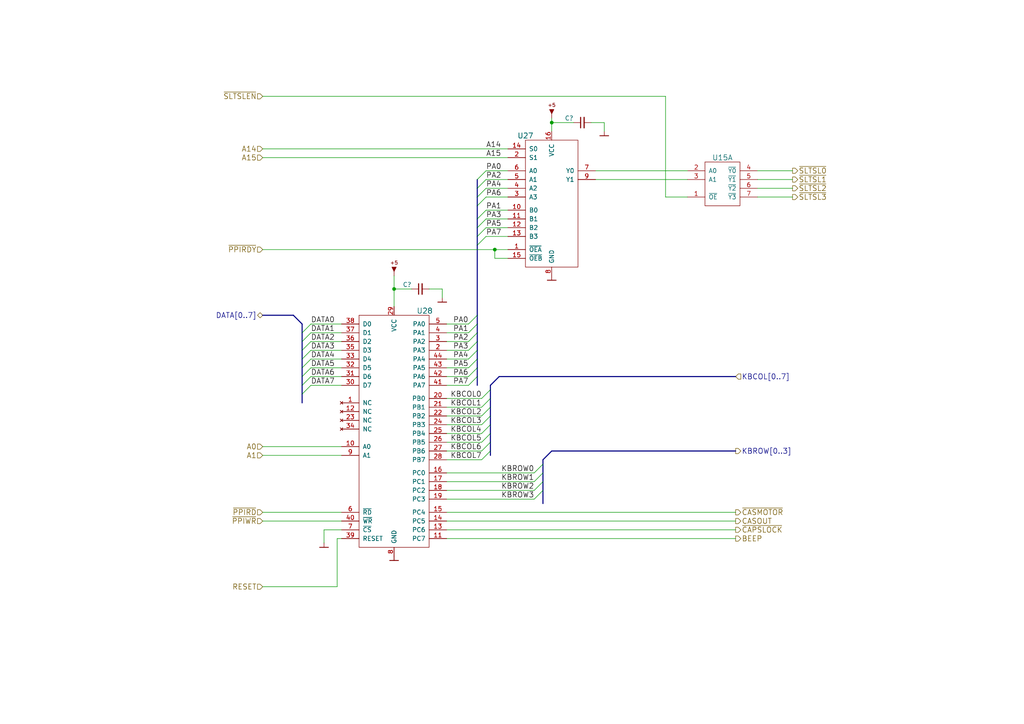
<source format=kicad_sch>
(kicad_sch (version 20211123) (generator eeschema)

  (uuid fcb7a65f-f4cd-47e7-94e9-48c450d0d7f3)

  (paper "A4")

  (lib_symbols
    (symbol "artemisa:74HC139" (pin_names (offset 1.016)) (in_bom yes) (on_board yes)
      (property "Reference" "U" (id 0) (at 0 7.62 0)
        (effects (font (size 1.27 1.27)))
      )
      (property "Value" "74HC139" (id 1) (at 0 -7.62 0)
        (effects (font (size 1.27 1.27)))
      )
      (property "Footprint" "" (id 2) (at 0 -3.81 0)
        (effects (font (size 1.524 1.524)) hide)
      )
      (property "Datasheet" "" (id 3) (at 0 -3.81 0)
        (effects (font (size 1.524 1.524)) hide)
      )
      (symbol "74HC139_1_1"
        (rectangle (start -5.08 6.35) (end 5.08 -6.35)
          (stroke (width 0) (type default) (color 0 0 0 0))
          (fill (type none))
        )
        (pin input line (at -10.16 -3.81 0) (length 5.08)
          (name "~{OE}" (effects (font (size 1.27 1.27))))
          (number "1" (effects (font (size 1.27 1.27))))
        )
        (pin input line (at -10.16 3.81 0) (length 5.08)
          (name "A0" (effects (font (size 1.27 1.27))))
          (number "2" (effects (font (size 1.27 1.27))))
        )
        (pin input line (at -10.16 1.27 0) (length 5.08)
          (name "A1" (effects (font (size 1.27 1.27))))
          (number "3" (effects (font (size 1.27 1.27))))
        )
        (pin output line (at 10.16 3.81 180) (length 5.08)
          (name "~{Y0}" (effects (font (size 1.27 1.27))))
          (number "4" (effects (font (size 1.27 1.27))))
        )
        (pin output line (at 10.16 1.27 180) (length 5.08)
          (name "~{Y1}" (effects (font (size 1.27 1.27))))
          (number "5" (effects (font (size 1.27 1.27))))
        )
        (pin output line (at 10.16 -1.27 180) (length 5.08)
          (name "~{Y2}" (effects (font (size 1.27 1.27))))
          (number "6" (effects (font (size 1.27 1.27))))
        )
        (pin output line (at 10.16 -3.81 180) (length 5.08)
          (name "~{Y3}" (effects (font (size 1.27 1.27))))
          (number "7" (effects (font (size 1.27 1.27))))
        )
      )
      (symbol "74HC139_2_1"
        (rectangle (start -5.08 6.35) (end 5.08 -6.35)
          (stroke (width 0) (type default) (color 0 0 0 0))
          (fill (type none))
        )
        (pin output line (at 10.16 -1.27 180) (length 5.08)
          (name "~{Y2}" (effects (font (size 1.27 1.27))))
          (number "10" (effects (font (size 1.27 1.27))))
        )
        (pin output line (at 10.16 1.27 180) (length 5.08)
          (name "~{Y1}" (effects (font (size 1.27 1.27))))
          (number "11" (effects (font (size 1.27 1.27))))
        )
        (pin output line (at 10.16 3.81 180) (length 5.08)
          (name "~{Y0}" (effects (font (size 1.27 1.27))))
          (number "12" (effects (font (size 1.27 1.27))))
        )
        (pin input line (at -10.16 1.27 0) (length 5.08)
          (name "A1" (effects (font (size 1.27 1.27))))
          (number "13" (effects (font (size 1.27 1.27))))
        )
        (pin input line (at -10.16 3.81 0) (length 5.08)
          (name "A0" (effects (font (size 1.27 1.27))))
          (number "14" (effects (font (size 1.27 1.27))))
        )
        (pin input line (at -10.16 -3.81 0) (length 5.08)
          (name "~{OE}" (effects (font (size 1.27 1.27))))
          (number "15" (effects (font (size 1.27 1.27))))
        )
        (pin output line (at 10.16 -3.81 180) (length 5.08)
          (name "~{Y3}" (effects (font (size 1.27 1.27))))
          (number "9" (effects (font (size 1.27 1.27))))
        )
      )
      (symbol "74HC139_3_1"
        (rectangle (start -3.81 -5.08) (end 3.81 5.08)
          (stroke (width 0) (type default) (color 0 0 0 0))
          (fill (type none))
        )
        (pin power_in line (at 0 7.62 270) (length 2.54)
          (name "VCC" (effects (font (size 1.27 1.27))))
          (number "16" (effects (font (size 1.27 1.27))))
        )
        (pin power_in line (at 0 -7.62 90) (length 2.54)
          (name "GND" (effects (font (size 1.27 1.27))))
          (number "8" (effects (font (size 1.27 1.27))))
        )
      )
    )
    (symbol "artemisa:74HC153" (pin_names (offset 1.016)) (in_bom yes) (on_board yes)
      (property "Reference" "U" (id 0) (at 6.35 20.32 0)
        (effects (font (size 1.524 1.524)))
      )
      (property "Value" "74HC153" (id 1) (at 6.35 -19.05 0)
        (effects (font (size 1.524 1.524)))
      )
      (property "Footprint" "" (id 2) (at 0 -3.81 0)
        (effects (font (size 1.524 1.524)) hide)
      )
      (property "Datasheet" "" (id 3) (at 0 -3.81 0)
        (effects (font (size 1.524 1.524)) hide)
      )
      (symbol "74HC153_0_1"
        (rectangle (start -7.62 19.05) (end 7.62 -17.78)
          (stroke (width 0) (type default) (color 0 0 0 0))
          (fill (type none))
        )
        (pin input line (at -12.7 -1.27 0) (length 5.08)
          (name "B0" (effects (font (size 1.27 1.27))))
          (number "10" (effects (font (size 1.27 1.27))))
        )
        (pin input line (at -12.7 -3.81 0) (length 5.08)
          (name "B1" (effects (font (size 1.27 1.27))))
          (number "11" (effects (font (size 1.27 1.27))))
        )
        (pin input line (at -12.7 -6.35 0) (length 5.08)
          (name "B2" (effects (font (size 1.27 1.27))))
          (number "12" (effects (font (size 1.27 1.27))))
        )
        (pin input line (at -12.7 -8.89 0) (length 5.08)
          (name "B3" (effects (font (size 1.27 1.27))))
          (number "13" (effects (font (size 1.27 1.27))))
        )
        (pin input line (at -12.7 16.51 0) (length 5.08)
          (name "S0" (effects (font (size 1.27 1.27))))
          (number "14" (effects (font (size 1.27 1.27))))
        )
        (pin power_in line (at 0 21.59 270) (length 2.54)
          (name "VCC" (effects (font (size 1.27 1.27))))
          (number "16" (effects (font (size 1.27 1.27))))
        )
        (pin input line (at -12.7 13.97 0) (length 5.08)
          (name "S1" (effects (font (size 1.27 1.27))))
          (number "2" (effects (font (size 1.27 1.27))))
        )
        (pin input line (at -12.7 2.54 0) (length 5.08)
          (name "A3" (effects (font (size 1.27 1.27))))
          (number "3" (effects (font (size 1.27 1.27))))
        )
        (pin input line (at -12.7 5.08 0) (length 5.08)
          (name "A2" (effects (font (size 1.27 1.27))))
          (number "4" (effects (font (size 1.27 1.27))))
        )
        (pin input line (at -12.7 7.62 0) (length 5.08)
          (name "A1" (effects (font (size 1.27 1.27))))
          (number "5" (effects (font (size 1.27 1.27))))
        )
        (pin input line (at -12.7 10.16 0) (length 5.08)
          (name "A0" (effects (font (size 1.27 1.27))))
          (number "6" (effects (font (size 1.27 1.27))))
        )
        (pin power_in line (at 0 -20.32 90) (length 2.54)
          (name "GND" (effects (font (size 1.27 1.27))))
          (number "8" (effects (font (size 1.27 1.27))))
        )
      )
      (symbol "74HC153_1_1"
        (pin input line (at -12.7 -12.7 0) (length 5.08)
          (name "~{OEA}" (effects (font (size 1.27 1.27))))
          (number "1" (effects (font (size 1.27 1.27))))
        )
        (pin input line (at -12.7 -15.24 0) (length 5.08)
          (name "~{OEB}" (effects (font (size 1.27 1.27))))
          (number "15" (effects (font (size 1.27 1.27))))
        )
        (pin output line (at 12.7 10.16 180) (length 5.08)
          (name "Y0" (effects (font (size 1.27 1.27))))
          (number "7" (effects (font (size 1.27 1.27))))
        )
        (pin output line (at 12.7 7.62 180) (length 5.08)
          (name "Y1" (effects (font (size 1.27 1.27))))
          (number "9" (effects (font (size 1.27 1.27))))
        )
      )
    )
    (symbol "artemisa:CS82C55A" (pin_names (offset 1.016)) (in_bom yes) (on_board yes)
      (property "Reference" "U" (id 0) (at 8.89 36.83 0)
        (effects (font (size 1.524 1.524)))
      )
      (property "Value" "CS82C55A" (id 1) (at 7.62 -33.02 0)
        (effects (font (size 1.524 1.524)))
      )
      (property "Footprint" "" (id 2) (at 5.08 13.97 0)
        (effects (font (size 1.524 1.524)) hide)
      )
      (property "Datasheet" "" (id 3) (at 5.08 13.97 0)
        (effects (font (size 1.524 1.524)) hide)
      )
      (property "ki_fp_filters" "PLC44" (id 4) (at 0 0 0)
        (effects (font (size 1.27 1.27)) hide)
      )
      (symbol "CS82C55A_0_1"
        (rectangle (start -10.16 35.56) (end 10.16 -31.75)
          (stroke (width 0) (type default) (color 0 0 0 0))
          (fill (type none))
        )
      )
      (symbol "CS82C55A_1_1"
        (pin no_connect line (at -15.24 10.16 0) (length 5.08)
          (name "NC" (effects (font (size 1.27 1.27))))
          (number "1" (effects (font (size 1.27 1.27))))
        )
        (pin input line (at -15.24 -2.54 0) (length 5.08)
          (name "A0" (effects (font (size 1.27 1.27))))
          (number "10" (effects (font (size 1.27 1.27))))
        )
        (pin bidirectional line (at 15.24 -29.21 180) (length 5.08)
          (name "PC7" (effects (font (size 1.27 1.27))))
          (number "11" (effects (font (size 1.27 1.27))))
        )
        (pin no_connect line (at -15.24 7.62 0) (length 5.08)
          (name "NC" (effects (font (size 1.27 1.27))))
          (number "12" (effects (font (size 1.27 1.27))))
        )
        (pin bidirectional line (at 15.24 -26.67 180) (length 5.08)
          (name "PC6" (effects (font (size 1.27 1.27))))
          (number "13" (effects (font (size 1.27 1.27))))
        )
        (pin bidirectional line (at 15.24 -24.13 180) (length 5.08)
          (name "PC5" (effects (font (size 1.27 1.27))))
          (number "14" (effects (font (size 1.27 1.27))))
        )
        (pin bidirectional line (at 15.24 -21.59 180) (length 5.08)
          (name "PC4" (effects (font (size 1.27 1.27))))
          (number "15" (effects (font (size 1.27 1.27))))
        )
        (pin bidirectional line (at 15.24 -10.16 180) (length 5.08)
          (name "PC0" (effects (font (size 1.27 1.27))))
          (number "16" (effects (font (size 1.27 1.27))))
        )
        (pin bidirectional line (at 15.24 -12.7 180) (length 5.08)
          (name "PC1" (effects (font (size 1.27 1.27))))
          (number "17" (effects (font (size 1.27 1.27))))
        )
        (pin bidirectional line (at 15.24 -15.24 180) (length 5.08)
          (name "PC2" (effects (font (size 1.27 1.27))))
          (number "18" (effects (font (size 1.27 1.27))))
        )
        (pin bidirectional line (at 15.24 -17.78 180) (length 5.08)
          (name "PC3" (effects (font (size 1.27 1.27))))
          (number "19" (effects (font (size 1.27 1.27))))
        )
        (pin bidirectional line (at 15.24 25.4 180) (length 5.08)
          (name "PA3" (effects (font (size 1.27 1.27))))
          (number "2" (effects (font (size 1.27 1.27))))
        )
        (pin bidirectional line (at 15.24 11.43 180) (length 5.08)
          (name "PB0" (effects (font (size 1.27 1.27))))
          (number "20" (effects (font (size 1.27 1.27))))
        )
        (pin bidirectional line (at 15.24 8.89 180) (length 5.08)
          (name "PB1" (effects (font (size 1.27 1.27))))
          (number "21" (effects (font (size 1.27 1.27))))
        )
        (pin bidirectional line (at 15.24 6.35 180) (length 5.08)
          (name "PB2" (effects (font (size 1.27 1.27))))
          (number "22" (effects (font (size 1.27 1.27))))
        )
        (pin no_connect line (at -15.24 5.08 0) (length 5.08)
          (name "NC" (effects (font (size 1.27 1.27))))
          (number "23" (effects (font (size 1.27 1.27))))
        )
        (pin bidirectional line (at 15.24 3.81 180) (length 5.08)
          (name "PB3" (effects (font (size 1.27 1.27))))
          (number "24" (effects (font (size 1.27 1.27))))
        )
        (pin bidirectional line (at 15.24 1.27 180) (length 5.08)
          (name "PB4" (effects (font (size 1.27 1.27))))
          (number "25" (effects (font (size 1.27 1.27))))
        )
        (pin bidirectional line (at 15.24 -1.27 180) (length 5.08)
          (name "PB5" (effects (font (size 1.27 1.27))))
          (number "26" (effects (font (size 1.27 1.27))))
        )
        (pin bidirectional line (at 15.24 -3.81 180) (length 5.08)
          (name "PB6" (effects (font (size 1.27 1.27))))
          (number "27" (effects (font (size 1.27 1.27))))
        )
        (pin bidirectional line (at 15.24 -6.35 180) (length 5.08)
          (name "PB7" (effects (font (size 1.27 1.27))))
          (number "28" (effects (font (size 1.27 1.27))))
        )
        (pin power_in line (at 0 38.1 270) (length 2.54)
          (name "VCC" (effects (font (size 1.27 1.27))))
          (number "29" (effects (font (size 1.27 1.27))))
        )
        (pin bidirectional line (at 15.24 27.94 180) (length 5.08)
          (name "PA2" (effects (font (size 1.27 1.27))))
          (number "3" (effects (font (size 1.27 1.27))))
        )
        (pin input line (at -15.24 15.24 0) (length 5.08)
          (name "D7" (effects (font (size 1.27 1.27))))
          (number "30" (effects (font (size 1.27 1.27))))
        )
        (pin input line (at -15.24 17.78 0) (length 5.08)
          (name "D6" (effects (font (size 1.27 1.27))))
          (number "31" (effects (font (size 1.27 1.27))))
        )
        (pin input line (at -15.24 20.32 0) (length 5.08)
          (name "D5" (effects (font (size 1.27 1.27))))
          (number "32" (effects (font (size 1.27 1.27))))
        )
        (pin input line (at -15.24 22.86 0) (length 5.08)
          (name "D4" (effects (font (size 1.27 1.27))))
          (number "33" (effects (font (size 1.27 1.27))))
        )
        (pin no_connect line (at -15.24 2.54 0) (length 5.08)
          (name "NC" (effects (font (size 1.27 1.27))))
          (number "34" (effects (font (size 1.27 1.27))))
        )
        (pin input line (at -15.24 25.4 0) (length 5.08)
          (name "D3" (effects (font (size 1.27 1.27))))
          (number "35" (effects (font (size 1.27 1.27))))
        )
        (pin input line (at -15.24 27.94 0) (length 5.08)
          (name "D2" (effects (font (size 1.27 1.27))))
          (number "36" (effects (font (size 1.27 1.27))))
        )
        (pin input line (at -15.24 30.48 0) (length 5.08)
          (name "D1" (effects (font (size 1.27 1.27))))
          (number "37" (effects (font (size 1.27 1.27))))
        )
        (pin input line (at -15.24 33.02 0) (length 5.08)
          (name "D0" (effects (font (size 1.27 1.27))))
          (number "38" (effects (font (size 1.27 1.27))))
        )
        (pin input line (at -15.24 -29.21 0) (length 5.08)
          (name "RESET" (effects (font (size 1.27 1.27))))
          (number "39" (effects (font (size 1.27 1.27))))
        )
        (pin bidirectional line (at 15.24 30.48 180) (length 5.08)
          (name "PA1" (effects (font (size 1.27 1.27))))
          (number "4" (effects (font (size 1.27 1.27))))
        )
        (pin input line (at -15.24 -24.13 0) (length 5.08)
          (name "~{WR}" (effects (font (size 1.27 1.27))))
          (number "40" (effects (font (size 1.27 1.27))))
        )
        (pin bidirectional line (at 15.24 15.24 180) (length 5.08)
          (name "PA7" (effects (font (size 1.27 1.27))))
          (number "41" (effects (font (size 1.27 1.27))))
        )
        (pin bidirectional line (at 15.24 17.78 180) (length 5.08)
          (name "PA6" (effects (font (size 1.27 1.27))))
          (number "42" (effects (font (size 1.27 1.27))))
        )
        (pin bidirectional line (at 15.24 20.32 180) (length 5.08)
          (name "PA5" (effects (font (size 1.27 1.27))))
          (number "43" (effects (font (size 1.27 1.27))))
        )
        (pin bidirectional line (at 15.24 22.86 180) (length 5.08)
          (name "PA4" (effects (font (size 1.27 1.27))))
          (number "44" (effects (font (size 1.27 1.27))))
        )
        (pin bidirectional line (at 15.24 33.02 180) (length 5.08)
          (name "PA0" (effects (font (size 1.27 1.27))))
          (number "5" (effects (font (size 1.27 1.27))))
        )
        (pin input line (at -15.24 -21.59 0) (length 5.08)
          (name "~{RD}" (effects (font (size 1.27 1.27))))
          (number "6" (effects (font (size 1.27 1.27))))
        )
        (pin input line (at -15.24 -26.67 0) (length 5.08)
          (name "~{CS}" (effects (font (size 1.27 1.27))))
          (number "7" (effects (font (size 1.27 1.27))))
        )
        (pin power_in line (at 0 -34.29 90) (length 2.54)
          (name "GND" (effects (font (size 1.27 1.27))))
          (number "8" (effects (font (size 1.27 1.27))))
        )
        (pin input line (at -15.24 -5.08 0) (length 5.08)
          (name "A1" (effects (font (size 1.27 1.27))))
          (number "9" (effects (font (size 1.27 1.27))))
        )
      )
    )
    (symbol "artemisa:Cap" (pin_numbers hide) (pin_names (offset 0.254) hide) (in_bom yes) (on_board yes)
      (property "Reference" "C" (id 0) (at 0.254 1.778 0)
        (effects (font (size 1.27 1.27)) (justify left))
      )
      (property "Value" "Cap" (id 1) (at 0.254 -2.032 0)
        (effects (font (size 1.27 1.27)) (justify left))
      )
      (property "Footprint" "" (id 2) (at 0 0 0)
        (effects (font (size 1.27 1.27)) hide)
      )
      (property "Datasheet" "" (id 3) (at 0 0 0)
        (effects (font (size 1.27 1.27)) hide)
      )
      (property "ki_fp_filters" "C_*" (id 4) (at 0 0 0)
        (effects (font (size 1.27 1.27)) hide)
      )
      (symbol "Cap_0_1"
        (polyline
          (pts
            (xy -1.524 -0.508)
            (xy 1.524 -0.508)
          )
          (stroke (width 0.3302) (type default) (color 0 0 0 0))
          (fill (type none))
        )
        (polyline
          (pts
            (xy -1.524 0.508)
            (xy 1.524 0.508)
          )
          (stroke (width 0.3048) (type default) (color 0 0 0 0))
          (fill (type none))
        )
      )
      (symbol "Cap_1_1"
        (pin passive line (at 0 2.54 270) (length 2.032)
          (name "~" (effects (font (size 1.27 1.27))))
          (number "1" (effects (font (size 1.27 1.27))))
        )
        (pin passive line (at 0 -2.54 90) (length 2.032)
          (name "~" (effects (font (size 1.27 1.27))))
          (number "2" (effects (font (size 1.27 1.27))))
        )
      )
    )
    (symbol "artemisa:GND" (power) (pin_numbers hide) (pin_names (offset 0) hide) (in_bom yes) (on_board yes)
      (property "Reference" "#PWR" (id 0) (at 0 -2.54 0)
        (effects (font (size 1.524 1.524)) hide)
      )
      (property "Value" "GND" (id 1) (at 0 2.54 0)
        (effects (font (size 1.524 1.524)) hide)
      )
      (property "Footprint" "" (id 2) (at 0 0 0)
        (effects (font (size 1.524 1.524)) hide)
      )
      (property "Datasheet" "" (id 3) (at 0 0 0)
        (effects (font (size 1.524 1.524)) hide)
      )
      (symbol "GND_0_1"
        (polyline
          (pts
            (xy -1.27 -1.27)
            (xy 1.27 -1.27)
          )
          (stroke (width 0.254) (type default) (color 0 0 0 0))
          (fill (type none))
        )
      )
      (symbol "GND_1_1"
        (pin power_in line (at 0 0 270) (length 1.27)
          (name "GND" (effects (font (size 1.27 1.27))))
          (number "~" (effects (font (size 1.27 1.27))))
        )
      )
    )
    (symbol "artemisa:VCC" (power) (pin_numbers hide) (pin_names (offset 0) hide) (in_bom yes) (on_board yes)
      (property "Reference" "#PWR" (id 0) (at 0 -1.27 0)
        (effects (font (size 1.524 1.524)) hide)
      )
      (property "Value" "VCC" (id 1) (at 0 6.35 0)
        (effects (font (size 1.524 1.524)) hide)
      )
      (property "Footprint" "" (id 2) (at 0 0 0)
        (effects (font (size 1.524 1.524)) hide)
      )
      (property "Datasheet" "" (id 3) (at 0 0 0)
        (effects (font (size 1.524 1.524)) hide)
      )
      (symbol "VCC_0_0"
        (text "+5" (at 0 3.81 0)
          (effects (font (size 1.016 1.016)))
        )
      )
      (symbol "VCC_0_1"
        (polyline
          (pts
            (xy 0 1.27)
            (xy 0.635 2.54)
            (xy -0.635 2.54)
            (xy 0 1.27)
          )
          (stroke (width 0) (type default) (color 0 0 0 0))
          (fill (type outline))
        )
      )
      (symbol "VCC_1_1"
        (pin power_in line (at 0 0 90) (length 1.27)
          (name "~" (effects (font (size 1.27 1.27))))
          (number "~" (effects (font (size 1.27 1.27))))
        )
      )
    )
  )


  (junction (at 143.51 72.39) (diameter 0) (color 0 0 0 0)
    (uuid 0e1c6bbc-4cc4-4ce9-b48a-8292bb286da8)
  )
  (junction (at 160.02 35.56) (diameter 0) (color 0 0 0 0)
    (uuid 88e4f832-79d6-4c54-9ce3-4328dcb9d5b5)
  )
  (junction (at 114.3 83.82) (diameter 0) (color 0 0 0 0)
    (uuid a2d090b5-bdc2-4863-87f2-2ea46a246d3d)
  )

  (bus_entry (at 138.43 52.07) (size 2.54 -2.54)
    (stroke (width 0) (type default) (color 0 0 0 0))
    (uuid 059f4155-bed3-4fb2-9baa-d569f31b7e5d)
  )
  (bus_entry (at 138.43 91.44) (size -2.54 2.54)
    (stroke (width 0) (type default) (color 0 0 0 0))
    (uuid 08bb8c58-1868-4a96-8aaa-36d9e141ec38)
  )
  (bus_entry (at 138.43 59.69) (size 2.54 -2.54)
    (stroke (width 0) (type default) (color 0 0 0 0))
    (uuid 12c9f3e1-9431-42f8-b6f8-fb6fd35fc1cb)
  )
  (bus_entry (at 142.24 113.03) (size -2.54 2.54)
    (stroke (width 0) (type default) (color 0 0 0 0))
    (uuid 2a756062-4e0c-4114-bc6d-4d6635f2d703)
  )
  (bus_entry (at 87.63 114.3) (size 2.54 -2.54)
    (stroke (width 0) (type default) (color 0 0 0 0))
    (uuid 2af1d271-3c6a-476d-8eba-6b2aab466da3)
  )
  (bus_entry (at 138.43 66.04) (size 2.54 -2.54)
    (stroke (width 0) (type default) (color 0 0 0 0))
    (uuid 325f33ca-3e2f-400b-a27c-dce9977a2780)
  )
  (bus_entry (at 142.24 128.27) (size -2.54 2.54)
    (stroke (width 0) (type default) (color 0 0 0 0))
    (uuid 35506831-8c22-45ab-9b57-69eb0f9ef003)
  )
  (bus_entry (at 142.24 120.65) (size -2.54 2.54)
    (stroke (width 0) (type default) (color 0 0 0 0))
    (uuid 373b5b59-9fbb-41a2-845d-56a1ed5a82dd)
  )
  (bus_entry (at 154.94 144.78) (size 2.54 -2.54)
    (stroke (width 0) (type default) (color 0 0 0 0))
    (uuid 39125f99-6caa-4e69-9ae5-ca3bd6e3a49c)
  )
  (bus_entry (at 87.63 101.6) (size 2.54 -2.54)
    (stroke (width 0) (type default) (color 0 0 0 0))
    (uuid 42012069-f136-4cdf-8386-a5e648d61587)
  )
  (bus_entry (at 138.43 54.61) (size 2.54 -2.54)
    (stroke (width 0) (type default) (color 0 0 0 0))
    (uuid 45fc93ca-f8ba-48a8-9189-1c9886475cd3)
  )
  (bus_entry (at 142.24 123.19) (size -2.54 2.54)
    (stroke (width 0) (type default) (color 0 0 0 0))
    (uuid 4de018aa-33f9-4679-9406-fafd70ff0142)
  )
  (bus_entry (at 138.43 101.6) (size -2.54 2.54)
    (stroke (width 0) (type default) (color 0 0 0 0))
    (uuid 5125c4d9-cf5c-4fe5-9dc8-c939e40fcd6f)
  )
  (bus_entry (at 154.94 139.7) (size 2.54 -2.54)
    (stroke (width 0) (type default) (color 0 0 0 0))
    (uuid 544c9ad7-a0b6-4f88-9dcd-908e3e2acf79)
  )
  (bus_entry (at 154.94 137.16) (size 2.54 -2.54)
    (stroke (width 0) (type default) (color 0 0 0 0))
    (uuid 5c9202d7-6a93-43b3-87c0-77347fd72885)
  )
  (bus_entry (at 87.63 96.52) (size 2.54 -2.54)
    (stroke (width 0) (type default) (color 0 0 0 0))
    (uuid 62ab9051-fded-466c-9df1-9b40d76dc590)
  )
  (bus_entry (at 87.63 104.14) (size 2.54 -2.54)
    (stroke (width 0) (type default) (color 0 0 0 0))
    (uuid 6b847b8a-c935-4366-8f7b-7cdbe96384da)
  )
  (bus_entry (at 142.24 115.57) (size -2.54 2.54)
    (stroke (width 0) (type default) (color 0 0 0 0))
    (uuid 758f4e53-9507-488a-960b-2e8e487b7ac8)
  )
  (bus_entry (at 138.43 106.68) (size -2.54 2.54)
    (stroke (width 0) (type default) (color 0 0 0 0))
    (uuid 7f9c0307-e84d-4f8a-93be-34fc4b3feb89)
  )
  (bus_entry (at 138.43 57.15) (size 2.54 -2.54)
    (stroke (width 0) (type default) (color 0 0 0 0))
    (uuid 88ea0fe3-17bb-45bf-bf71-4da88c965186)
  )
  (bus_entry (at 154.94 142.24) (size 2.54 -2.54)
    (stroke (width 0) (type default) (color 0 0 0 0))
    (uuid 8aab4608-39e8-491a-83a8-7194f36094f1)
  )
  (bus_entry (at 138.43 96.52) (size -2.54 2.54)
    (stroke (width 0) (type default) (color 0 0 0 0))
    (uuid 91637a62-ec43-463a-9edc-420af478d9cb)
  )
  (bus_entry (at 138.43 71.12) (size 2.54 -2.54)
    (stroke (width 0) (type default) (color 0 0 0 0))
    (uuid 92ee3d85-c13e-4120-ad64-bd390adf040c)
  )
  (bus_entry (at 87.63 106.68) (size 2.54 -2.54)
    (stroke (width 0) (type default) (color 0 0 0 0))
    (uuid 9924c304-97d1-4655-9ab8-854a335a84c2)
  )
  (bus_entry (at 138.43 99.06) (size -2.54 2.54)
    (stroke (width 0) (type default) (color 0 0 0 0))
    (uuid 9efb25aa-d11e-4d2f-96a9-326a2f75dcc1)
  )
  (bus_entry (at 87.63 111.76) (size 2.54 -2.54)
    (stroke (width 0) (type default) (color 0 0 0 0))
    (uuid b3dbf4ad-71cb-48f5-9655-41b47deeea78)
  )
  (bus_entry (at 138.43 104.14) (size -2.54 2.54)
    (stroke (width 0) (type default) (color 0 0 0 0))
    (uuid b4eddc61-2cab-493a-b874-62b106cef9f4)
  )
  (bus_entry (at 138.43 68.58) (size 2.54 -2.54)
    (stroke (width 0) (type default) (color 0 0 0 0))
    (uuid b8eb5c02-d344-4431-a592-0e7ad9f9a78f)
  )
  (bus_entry (at 138.43 109.22) (size -2.54 2.54)
    (stroke (width 0) (type default) (color 0 0 0 0))
    (uuid c96fb61f-984b-4e24-874e-ad2f1e86f9d7)
  )
  (bus_entry (at 87.63 99.06) (size 2.54 -2.54)
    (stroke (width 0) (type default) (color 0 0 0 0))
    (uuid ca9607c0-16b8-4085-880e-b87c3f210fd1)
  )
  (bus_entry (at 138.43 63.5) (size 2.54 -2.54)
    (stroke (width 0) (type default) (color 0 0 0 0))
    (uuid ce4b6c19-1441-4e43-8af4-a7f34dfbb538)
  )
  (bus_entry (at 138.43 93.98) (size -2.54 2.54)
    (stroke (width 0) (type default) (color 0 0 0 0))
    (uuid e234e19f-cd33-4584-947b-bf9feaf6cddd)
  )
  (bus_entry (at 142.24 130.81) (size -2.54 2.54)
    (stroke (width 0) (type default) (color 0 0 0 0))
    (uuid e6b8e749-dce0-4716-821f-058d77eed5ce)
  )
  (bus_entry (at 142.24 125.73) (size -2.54 2.54)
    (stroke (width 0) (type default) (color 0 0 0 0))
    (uuid eca8c1f1-6751-4304-8a65-b05952048507)
  )
  (bus_entry (at 87.63 109.22) (size 2.54 -2.54)
    (stroke (width 0) (type default) (color 0 0 0 0))
    (uuid ee6e4a23-bb7c-4f28-ab56-3ba1b79e1c04)
  )
  (bus_entry (at 142.24 118.11) (size -2.54 2.54)
    (stroke (width 0) (type default) (color 0 0 0 0))
    (uuid fea6a04b-4bfd-450f-890a-ba5d162e31d9)
  )

  (bus (pts (xy 157.48 142.24) (xy 157.48 146.05))
    (stroke (width 0) (type default) (color 0 0 0 0))
    (uuid 0150a597-9ca4-4081-88d2-6ff7d09ea1a2)
  )

  (wire (pts (xy 93.98 153.67) (xy 93.98 157.48))
    (stroke (width 0) (type default) (color 0 0 0 0))
    (uuid 01c54577-6862-4ca7-bb55-524c2e995aee)
  )
  (bus (pts (xy 142.24 118.11) (xy 142.24 120.65))
    (stroke (width 0) (type default) (color 0 0 0 0))
    (uuid 06246b13-4cc5-4813-9e84-3092eaa4c6ff)
  )

  (wire (pts (xy 90.17 101.6) (xy 99.06 101.6))
    (stroke (width 0) (type default) (color 0 0 0 0))
    (uuid 0844b132-5386-469c-86ff-d527c8a00608)
  )
  (wire (pts (xy 129.54 142.24) (xy 154.94 142.24))
    (stroke (width 0) (type default) (color 0 0 0 0))
    (uuid 08fa8ff6-09a7-484c-b1d9-0e3b7c49bb26)
  )
  (wire (pts (xy 76.2 170.18) (xy 97.79 170.18))
    (stroke (width 0) (type default) (color 0 0 0 0))
    (uuid 0a2d185c-629f-461f-8b6b-f91f1894e6ba)
  )
  (wire (pts (xy 76.2 151.13) (xy 99.06 151.13))
    (stroke (width 0) (type default) (color 0 0 0 0))
    (uuid 0a52fedd-967a-423d-aaaf-3875f20f935b)
  )
  (bus (pts (xy 138.43 66.04) (xy 138.43 68.58))
    (stroke (width 0) (type default) (color 0 0 0 0))
    (uuid 0e99bc84-7b91-48e8-914f-64b870ddaaea)
  )
  (bus (pts (xy 85.09 91.44) (xy 87.63 93.98))
    (stroke (width 0) (type default) (color 0 0 0 0))
    (uuid 11ccd497-2713-4d03-8a7a-1dbd53fbc1f7)
  )

  (wire (pts (xy 76.2 27.94) (xy 193.04 27.94))
    (stroke (width 0) (type default) (color 0 0 0 0))
    (uuid 199ade13-7442-4da9-8eea-a8e7681e2aee)
  )
  (bus (pts (xy 138.43 99.06) (xy 138.43 101.6))
    (stroke (width 0) (type default) (color 0 0 0 0))
    (uuid 1a3908e6-1e81-477c-b81d-11898b35bbc6)
  )
  (bus (pts (xy 142.24 113.03) (xy 142.24 115.57))
    (stroke (width 0) (type default) (color 0 0 0 0))
    (uuid 1b4be093-1a7b-4454-8070-4dd739e51e0d)
  )

  (wire (pts (xy 219.71 54.61) (xy 229.87 54.61))
    (stroke (width 0) (type default) (color 0 0 0 0))
    (uuid 1f70d207-e63d-4692-be1f-5b6fa8599d57)
  )
  (bus (pts (xy 87.63 109.22) (xy 87.63 111.76))
    (stroke (width 0) (type default) (color 0 0 0 0))
    (uuid 2168b05f-acf6-44d7-a1f6-3db3d25175d7)
  )
  (bus (pts (xy 142.24 128.27) (xy 142.24 130.81))
    (stroke (width 0) (type default) (color 0 0 0 0))
    (uuid 249cef6d-6e38-4ebb-bf7b-c4567d4a2239)
  )

  (wire (pts (xy 140.97 68.58) (xy 147.32 68.58))
    (stroke (width 0) (type default) (color 0 0 0 0))
    (uuid 26edc121-4167-44e5-9aaf-65f4ac255233)
  )
  (wire (pts (xy 213.36 151.13) (xy 129.54 151.13))
    (stroke (width 0) (type default) (color 0 0 0 0))
    (uuid 30b75c25-1d2c-45e7-83e2-bb3be98f8f83)
  )
  (wire (pts (xy 154.94 139.7) (xy 129.54 139.7))
    (stroke (width 0) (type default) (color 0 0 0 0))
    (uuid 321eb03e-d5d7-4c98-9326-4c49d56670ae)
  )
  (wire (pts (xy 119.38 83.82) (xy 114.3 83.82))
    (stroke (width 0) (type default) (color 0 0 0 0))
    (uuid 3497045f-d218-47c9-8fd1-2d0a39585aa6)
  )
  (bus (pts (xy 138.43 104.14) (xy 138.43 106.68))
    (stroke (width 0) (type default) (color 0 0 0 0))
    (uuid 3a3c2d06-2914-4049-8266-3e33b3477ac7)
  )

  (wire (pts (xy 128.27 83.82) (xy 128.27 86.36))
    (stroke (width 0) (type default) (color 0 0 0 0))
    (uuid 3cf0233f-86e3-4b85-ad75-fb8a46f37498)
  )
  (bus (pts (xy 138.43 91.44) (xy 138.43 93.98))
    (stroke (width 0) (type default) (color 0 0 0 0))
    (uuid 3e78fc52-54f0-47bd-8712-670ab6f5336c)
  )

  (wire (pts (xy 171.45 35.56) (xy 175.26 35.56))
    (stroke (width 0) (type default) (color 0 0 0 0))
    (uuid 4223805d-8db1-4df1-b73a-3d99f37f1701)
  )
  (wire (pts (xy 175.26 35.56) (xy 175.26 38.1))
    (stroke (width 0) (type default) (color 0 0 0 0))
    (uuid 4263a0e8-33fc-439f-9b56-889a4f5d7b26)
  )
  (wire (pts (xy 129.54 156.21) (xy 213.36 156.21))
    (stroke (width 0) (type default) (color 0 0 0 0))
    (uuid 44cd273f-f3a1-4b9a-83a6-972b276409e1)
  )
  (bus (pts (xy 87.63 106.68) (xy 87.63 109.22))
    (stroke (width 0) (type default) (color 0 0 0 0))
    (uuid 457aad0d-626d-4ee5-8691-0f5a203e44f3)
  )
  (bus (pts (xy 157.48 133.35) (xy 160.02 130.81))
    (stroke (width 0) (type default) (color 0 0 0 0))
    (uuid 46c31fef-8b6d-4892-b7d6-1b9818ed82f5)
  )

  (wire (pts (xy 147.32 45.72) (xy 76.2 45.72))
    (stroke (width 0) (type default) (color 0 0 0 0))
    (uuid 48a8c1f5-4bcb-4560-9762-44aaefee4419)
  )
  (bus (pts (xy 87.63 104.14) (xy 87.63 106.68))
    (stroke (width 0) (type default) (color 0 0 0 0))
    (uuid 49371403-6674-4834-91b2-f03f0da5c9df)
  )

  (wire (pts (xy 90.17 109.22) (xy 99.06 109.22))
    (stroke (width 0) (type default) (color 0 0 0 0))
    (uuid 4d7ffc75-3dd8-46f7-86f3-405d41c4571a)
  )
  (wire (pts (xy 139.7 118.11) (xy 129.54 118.11))
    (stroke (width 0) (type default) (color 0 0 0 0))
    (uuid 504cb9e4-5572-4208-bc9d-30a7efff8b9a)
  )
  (wire (pts (xy 140.97 63.5) (xy 147.32 63.5))
    (stroke (width 0) (type default) (color 0 0 0 0))
    (uuid 52820a90-7869-43b3-b870-39c015371964)
  )
  (wire (pts (xy 76.2 148.59) (xy 99.06 148.59))
    (stroke (width 0) (type default) (color 0 0 0 0))
    (uuid 5684e95c-6824-46cf-8e72-881178a51d31)
  )
  (wire (pts (xy 135.89 99.06) (xy 129.54 99.06))
    (stroke (width 0) (type default) (color 0 0 0 0))
    (uuid 58728297-c362-4c70-a751-4d60ffa81b1a)
  )
  (bus (pts (xy 138.43 59.69) (xy 138.43 63.5))
    (stroke (width 0) (type default) (color 0 0 0 0))
    (uuid 5d39eaa6-1063-496d-94bf-38c228872342)
  )

  (wire (pts (xy 76.2 72.39) (xy 143.51 72.39))
    (stroke (width 0) (type default) (color 0 0 0 0))
    (uuid 5da0928a-9939-439c-bcbe-74de097058a8)
  )
  (wire (pts (xy 76.2 132.08) (xy 99.06 132.08))
    (stroke (width 0) (type default) (color 0 0 0 0))
    (uuid 5daf2c3c-7702-4a59-b99d-84464c054bc4)
  )
  (bus (pts (xy 142.24 125.73) (xy 142.24 128.27))
    (stroke (width 0) (type default) (color 0 0 0 0))
    (uuid 5e1866e0-7fc9-4bfe-b82d-d200c9cd8c20)
  )

  (wire (pts (xy 135.89 101.6) (xy 129.54 101.6))
    (stroke (width 0) (type default) (color 0 0 0 0))
    (uuid 60fc0348-15d2-462c-9b87-dbb507b8717b)
  )
  (wire (pts (xy 129.54 153.67) (xy 213.36 153.67))
    (stroke (width 0) (type default) (color 0 0 0 0))
    (uuid 6476e233-d260-45fe-84d2-9ade7d0003a0)
  )
  (wire (pts (xy 199.39 57.15) (xy 193.04 57.15))
    (stroke (width 0) (type default) (color 0 0 0 0))
    (uuid 65d0582b-c8a1-45a8-a0e9-e797f01caa63)
  )
  (wire (pts (xy 154.94 144.78) (xy 129.54 144.78))
    (stroke (width 0) (type default) (color 0 0 0 0))
    (uuid 65e58d89-f213-4051-b36b-7b3454867ad5)
  )
  (bus (pts (xy 138.43 57.15) (xy 138.43 59.69))
    (stroke (width 0) (type default) (color 0 0 0 0))
    (uuid 68088798-20ff-4f22-bf25-f788547d7ede)
  )
  (bus (pts (xy 138.43 106.68) (xy 138.43 109.22))
    (stroke (width 0) (type default) (color 0 0 0 0))
    (uuid 6a39023a-a193-4053-9314-e48e7fa182bd)
  )
  (bus (pts (xy 157.48 134.62) (xy 157.48 137.16))
    (stroke (width 0) (type default) (color 0 0 0 0))
    (uuid 6e2190a8-0a8f-4569-8c96-006456c6e6b2)
  )

  (wire (pts (xy 172.72 49.53) (xy 199.39 49.53))
    (stroke (width 0) (type default) (color 0 0 0 0))
    (uuid 6e24aa9b-c7e6-40f2-905b-b9c541e0e2f6)
  )
  (bus (pts (xy 142.24 130.81) (xy 142.24 132.08))
    (stroke (width 0) (type default) (color 0 0 0 0))
    (uuid 6faf24c9-afc6-43f9-9326-68c5c2ccabec)
  )
  (bus (pts (xy 138.43 71.12) (xy 138.43 91.44))
    (stroke (width 0) (type default) (color 0 0 0 0))
    (uuid 6fb29b39-d38b-4fe4-9627-ba1d524fd9c7)
  )

  (wire (pts (xy 140.97 60.96) (xy 147.32 60.96))
    (stroke (width 0) (type default) (color 0 0 0 0))
    (uuid 7184670c-7656-49ee-9a6f-5771dc120d69)
  )
  (wire (pts (xy 129.54 125.73) (xy 139.7 125.73))
    (stroke (width 0) (type default) (color 0 0 0 0))
    (uuid 72e9c34a-4fbc-4581-8ad2-e93bc3c3ccb0)
  )
  (wire (pts (xy 135.89 111.76) (xy 129.54 111.76))
    (stroke (width 0) (type default) (color 0 0 0 0))
    (uuid 767e3782-90bf-4d7f-b1ef-719aa7013187)
  )
  (wire (pts (xy 114.3 80.01) (xy 114.3 83.82))
    (stroke (width 0) (type default) (color 0 0 0 0))
    (uuid 7a332b0c-4cba-438b-85c1-9efe2690fb62)
  )
  (wire (pts (xy 135.89 106.68) (xy 129.54 106.68))
    (stroke (width 0) (type default) (color 0 0 0 0))
    (uuid 7a3fed5a-9b6f-45f0-9ad7-54e1bda0ea60)
  )
  (wire (pts (xy 140.97 52.07) (xy 147.32 52.07))
    (stroke (width 0) (type default) (color 0 0 0 0))
    (uuid 802bd717-75a4-4efc-bdc3-ab512c6bce65)
  )
  (bus (pts (xy 138.43 96.52) (xy 138.43 99.06))
    (stroke (width 0) (type default) (color 0 0 0 0))
    (uuid 80dec395-b03d-42e4-894e-d6e2d9479fc8)
  )

  (wire (pts (xy 90.17 106.68) (xy 99.06 106.68))
    (stroke (width 0) (type default) (color 0 0 0 0))
    (uuid 825065db-dc11-43e9-aa2e-59e6b2cd21f3)
  )
  (bus (pts (xy 138.43 68.58) (xy 138.43 71.12))
    (stroke (width 0) (type default) (color 0 0 0 0))
    (uuid 831551e9-d1a7-41ec-a611-e552a75a9404)
  )

  (wire (pts (xy 99.06 156.21) (xy 97.79 156.21))
    (stroke (width 0) (type default) (color 0 0 0 0))
    (uuid 874dbaf8-adf6-4f01-81a0-e037bac53346)
  )
  (wire (pts (xy 172.72 52.07) (xy 199.39 52.07))
    (stroke (width 0) (type default) (color 0 0 0 0))
    (uuid 88f2670e-1113-4ed9-b644-cfdac6e8b249)
  )
  (bus (pts (xy 142.24 115.57) (xy 142.24 118.11))
    (stroke (width 0) (type default) (color 0 0 0 0))
    (uuid 8a37a2ac-9063-4f9f-8082-a7cf43d90bfd)
  )
  (bus (pts (xy 157.48 139.7) (xy 157.48 142.24))
    (stroke (width 0) (type default) (color 0 0 0 0))
    (uuid 8afd9c35-4e4d-476d-9e26-4a9f78600246)
  )
  (bus (pts (xy 142.24 123.19) (xy 142.24 125.73))
    (stroke (width 0) (type default) (color 0 0 0 0))
    (uuid 8c334f51-6a0b-406c-9f2c-47b0eaeba7c1)
  )

  (wire (pts (xy 124.46 83.82) (xy 128.27 83.82))
    (stroke (width 0) (type default) (color 0 0 0 0))
    (uuid 8cf4e6c7-f213-4dc6-a215-9a85d8791784)
  )
  (bus (pts (xy 138.43 63.5) (xy 138.43 66.04))
    (stroke (width 0) (type default) (color 0 0 0 0))
    (uuid 8da24d4e-7dc6-4522-ac07-504b8e25e6eb)
  )

  (wire (pts (xy 129.54 148.59) (xy 213.36 148.59))
    (stroke (width 0) (type default) (color 0 0 0 0))
    (uuid 8dcf40e6-09a5-42e4-8b46-f4738540468d)
  )
  (bus (pts (xy 87.63 93.98) (xy 87.63 96.52))
    (stroke (width 0) (type default) (color 0 0 0 0))
    (uuid 90207e9d-650a-4c45-b7d5-e506cc85537d)
  )
  (bus (pts (xy 87.63 111.76) (xy 87.63 114.3))
    (stroke (width 0) (type default) (color 0 0 0 0))
    (uuid 93b90371-971d-4766-a673-0ae183e0ebf1)
  )
  (bus (pts (xy 138.43 93.98) (xy 138.43 96.52))
    (stroke (width 0) (type default) (color 0 0 0 0))
    (uuid 93de6b54-010c-4a31-a08a-d11be2aedd9d)
  )
  (bus (pts (xy 87.63 99.06) (xy 87.63 101.6))
    (stroke (width 0) (type default) (color 0 0 0 0))
    (uuid 97af4b27-e566-489d-b53d-b40c94681afb)
  )

  (wire (pts (xy 129.54 137.16) (xy 154.94 137.16))
    (stroke (width 0) (type default) (color 0 0 0 0))
    (uuid 9959c68a-7d2a-4f14-b245-3548992673f3)
  )
  (bus (pts (xy 142.24 111.76) (xy 144.78 109.22))
    (stroke (width 0) (type default) (color 0 0 0 0))
    (uuid 9f289b4a-cc82-473b-9973-1ab4c36355f8)
  )

  (wire (pts (xy 135.89 93.98) (xy 129.54 93.98))
    (stroke (width 0) (type default) (color 0 0 0 0))
    (uuid a06bd114-6488-4d22-b31a-c3a8f70a2574)
  )
  (bus (pts (xy 76.2 91.44) (xy 85.09 91.44))
    (stroke (width 0) (type default) (color 0 0 0 0))
    (uuid a0e74fdd-2272-42b1-9d9a-65553efcd00a)
  )
  (bus (pts (xy 138.43 101.6) (xy 138.43 104.14))
    (stroke (width 0) (type default) (color 0 0 0 0))
    (uuid a39d52c1-2020-4018-824d-ae6a843ea56a)
  )
  (bus (pts (xy 87.63 101.6) (xy 87.63 104.14))
    (stroke (width 0) (type default) (color 0 0 0 0))
    (uuid a54460d0-1b47-4c4a-89eb-2ee3a9226f14)
  )

  (wire (pts (xy 129.54 115.57) (xy 139.7 115.57))
    (stroke (width 0) (type default) (color 0 0 0 0))
    (uuid a6187c22-3622-4a1a-a49a-b21e96986f96)
  )
  (bus (pts (xy 157.48 133.35) (xy 157.48 134.62))
    (stroke (width 0) (type default) (color 0 0 0 0))
    (uuid a8cdda0e-7b06-4b92-8078-341b4e32614a)
  )

  (wire (pts (xy 90.17 99.06) (xy 99.06 99.06))
    (stroke (width 0) (type default) (color 0 0 0 0))
    (uuid aafd680e-f3de-44c3-b8d2-897188909f89)
  )
  (bus (pts (xy 142.24 120.65) (xy 142.24 123.19))
    (stroke (width 0) (type default) (color 0 0 0 0))
    (uuid aba21c1b-7164-4ac1-b852-2ab77931dfce)
  )
  (bus (pts (xy 138.43 109.22) (xy 138.43 111.76))
    (stroke (width 0) (type default) (color 0 0 0 0))
    (uuid ac57bf13-f9c0-4cc2-ad04-7a6ba98578e1)
  )

  (wire (pts (xy 139.7 133.35) (xy 129.54 133.35))
    (stroke (width 0) (type default) (color 0 0 0 0))
    (uuid af66589f-0dae-4737-851f-f8cddd35005b)
  )
  (wire (pts (xy 90.17 111.76) (xy 99.06 111.76))
    (stroke (width 0) (type default) (color 0 0 0 0))
    (uuid b2691466-e53b-4f43-806f-abeb762713f6)
  )
  (wire (pts (xy 140.97 49.53) (xy 147.32 49.53))
    (stroke (width 0) (type default) (color 0 0 0 0))
    (uuid b400c80e-5312-495d-b0d5-8365ed4de032)
  )
  (wire (pts (xy 129.54 130.81) (xy 139.7 130.81))
    (stroke (width 0) (type default) (color 0 0 0 0))
    (uuid b42a4498-7f71-4787-a0f1-b44423616ac9)
  )
  (wire (pts (xy 147.32 43.18) (xy 76.2 43.18))
    (stroke (width 0) (type default) (color 0 0 0 0))
    (uuid b4856fa9-d711-4b3f-8ccf-343375c62dce)
  )
  (wire (pts (xy 90.17 104.14) (xy 99.06 104.14))
    (stroke (width 0) (type default) (color 0 0 0 0))
    (uuid b7844cf9-69d3-4f7a-977a-bfc30d5d4c82)
  )
  (wire (pts (xy 193.04 27.94) (xy 193.04 57.15))
    (stroke (width 0) (type default) (color 0 0 0 0))
    (uuid b8381d48-3c5b-401b-ac19-279d8173864c)
  )
  (bus (pts (xy 160.02 130.81) (xy 213.36 130.81))
    (stroke (width 0) (type default) (color 0 0 0 0))
    (uuid baaf14d0-0c5c-4bf0-82d7-5ee71082500d)
  )

  (wire (pts (xy 114.3 83.82) (xy 114.3 88.9))
    (stroke (width 0) (type default) (color 0 0 0 0))
    (uuid bc408f2c-2338-4a2e-9d30-e90fd4d4f487)
  )
  (wire (pts (xy 147.32 74.93) (xy 143.51 74.93))
    (stroke (width 0) (type default) (color 0 0 0 0))
    (uuid bca99a8e-598f-436a-9158-7a050d1f7ca4)
  )
  (wire (pts (xy 135.89 104.14) (xy 129.54 104.14))
    (stroke (width 0) (type default) (color 0 0 0 0))
    (uuid c1b603f4-7037-47e9-a9dc-a0bb6f7e58b1)
  )
  (wire (pts (xy 143.51 72.39) (xy 147.32 72.39))
    (stroke (width 0) (type default) (color 0 0 0 0))
    (uuid cad44c02-7fd2-4e9a-b93a-e1b73d6a3ee6)
  )
  (wire (pts (xy 135.89 96.52) (xy 129.54 96.52))
    (stroke (width 0) (type default) (color 0 0 0 0))
    (uuid cc93ecb4-fd7b-48b7-868d-89f294f07c27)
  )
  (wire (pts (xy 160.02 35.56) (xy 160.02 38.1))
    (stroke (width 0) (type default) (color 0 0 0 0))
    (uuid d27bd75e-eeb9-4d8b-bfdb-bddce4b94b6c)
  )
  (bus (pts (xy 142.24 111.76) (xy 142.24 113.03))
    (stroke (width 0) (type default) (color 0 0 0 0))
    (uuid d6cc98ff-7d68-4734-afa1-c7dd225e08d3)
  )

  (wire (pts (xy 219.71 49.53) (xy 229.87 49.53))
    (stroke (width 0) (type default) (color 0 0 0 0))
    (uuid d7de2887-c7b2-4bb7-a339-632f4f906224)
  )
  (wire (pts (xy 140.97 54.61) (xy 147.32 54.61))
    (stroke (width 0) (type default) (color 0 0 0 0))
    (uuid d8932824-bdfc-4009-a7d0-6ff32efa7e1a)
  )
  (wire (pts (xy 160.02 34.29) (xy 160.02 35.56))
    (stroke (width 0) (type default) (color 0 0 0 0))
    (uuid da37a168-b259-4f98-9030-90f2f5ac962a)
  )
  (wire (pts (xy 135.89 109.22) (xy 129.54 109.22))
    (stroke (width 0) (type default) (color 0 0 0 0))
    (uuid e250304b-2864-4f44-b1e8-173cc34a2ac6)
  )
  (bus (pts (xy 138.43 54.61) (xy 138.43 57.15))
    (stroke (width 0) (type default) (color 0 0 0 0))
    (uuid e40a3b3c-aaa1-4c07-a4de-489c28df891f)
  )

  (wire (pts (xy 76.2 129.54) (xy 99.06 129.54))
    (stroke (width 0) (type default) (color 0 0 0 0))
    (uuid e47d9cf3-579e-4750-bc6d-bf58b55862bb)
  )
  (wire (pts (xy 160.02 35.56) (xy 166.37 35.56))
    (stroke (width 0) (type default) (color 0 0 0 0))
    (uuid e4d0483b-1c21-4fb6-87dd-47e636746c0e)
  )
  (wire (pts (xy 140.97 66.04) (xy 147.32 66.04))
    (stroke (width 0) (type default) (color 0 0 0 0))
    (uuid e7f989f7-95da-4be3-9e33-743523ae1ee0)
  )
  (wire (pts (xy 139.7 128.27) (xy 129.54 128.27))
    (stroke (width 0) (type default) (color 0 0 0 0))
    (uuid e9597133-3d67-41f8-aabc-5b61d8d3c3c1)
  )
  (wire (pts (xy 229.87 57.15) (xy 219.71 57.15))
    (stroke (width 0) (type default) (color 0 0 0 0))
    (uuid ea3cd08e-2d6a-4ba3-9c39-87a3d44d2015)
  )
  (bus (pts (xy 87.63 114.3) (xy 87.63 116.84))
    (stroke (width 0) (type default) (color 0 0 0 0))
    (uuid ec311434-f026-4644-9a4c-261b7ece686d)
  )

  (wire (pts (xy 97.79 156.21) (xy 97.79 170.18))
    (stroke (width 0) (type default) (color 0 0 0 0))
    (uuid ee80c1b4-78a3-4713-a7cd-fc09dd9d2b28)
  )
  (bus (pts (xy 138.43 52.07) (xy 138.43 54.61))
    (stroke (width 0) (type default) (color 0 0 0 0))
    (uuid efd79052-e146-4d61-9e0a-ba764a5a966b)
  )

  (wire (pts (xy 139.7 123.19) (xy 129.54 123.19))
    (stroke (width 0) (type default) (color 0 0 0 0))
    (uuid f0e6fae4-0008-43ed-8719-bf62839f601f)
  )
  (wire (pts (xy 143.51 74.93) (xy 143.51 72.39))
    (stroke (width 0) (type default) (color 0 0 0 0))
    (uuid f0f3907b-44e3-4106-9f24-d8ce836b6bb0)
  )
  (wire (pts (xy 229.87 52.07) (xy 219.71 52.07))
    (stroke (width 0) (type default) (color 0 0 0 0))
    (uuid f69de914-d2d4-4fcf-a7d6-ce76fea2e1a7)
  )
  (bus (pts (xy 157.48 137.16) (xy 157.48 139.7))
    (stroke (width 0) (type default) (color 0 0 0 0))
    (uuid f722ea3c-0557-407a-b5bf-641f8a291a63)
  )
  (bus (pts (xy 144.78 109.22) (xy 213.36 109.22))
    (stroke (width 0) (type default) (color 0 0 0 0))
    (uuid f753d3ee-689c-4dd5-a288-b018ad927185)
  )

  (wire (pts (xy 140.97 57.15) (xy 147.32 57.15))
    (stroke (width 0) (type default) (color 0 0 0 0))
    (uuid f89b1d5e-28c8-498c-b199-7acbd8607540)
  )
  (wire (pts (xy 99.06 153.67) (xy 93.98 153.67))
    (stroke (width 0) (type default) (color 0 0 0 0))
    (uuid f9570ec9-4338-4208-aee7-369a45a284f8)
  )
  (bus (pts (xy 87.63 96.52) (xy 87.63 99.06))
    (stroke (width 0) (type default) (color 0 0 0 0))
    (uuid fbc5bfad-105f-41f4-afe7-005c43564954)
  )

  (wire (pts (xy 129.54 120.65) (xy 139.7 120.65))
    (stroke (width 0) (type default) (color 0 0 0 0))
    (uuid fda94f0a-876e-4bf0-ad10-35819851e3e9)
  )
  (wire (pts (xy 90.17 96.52) (xy 99.06 96.52))
    (stroke (width 0) (type default) (color 0 0 0 0))
    (uuid fe578162-0e40-4028-9277-b80f8071e7b8)
  )
  (wire (pts (xy 90.17 93.98) (xy 99.06 93.98))
    (stroke (width 0) (type default) (color 0 0 0 0))
    (uuid ff163833-80b9-4bc7-baa1-aa11870ad397)
  )

  (label "DATA4" (at 90.17 104.14 0)
    (effects (font (size 1.524 1.524)) (justify left bottom))
    (uuid 0774b60f-e343-428b-9125-3ca983239ad5)
  )
  (label "KBROW1" (at 154.94 139.7 180)
    (effects (font (size 1.524 1.524)) (justify right bottom))
    (uuid 12481f4a-71b0-43a4-a69b-bc048ed999f0)
  )
  (label "DATA7" (at 90.17 111.76 0)
    (effects (font (size 1.524 1.524)) (justify left bottom))
    (uuid 2276bf47-b441-4aa2-ba22-8213875ce0ee)
  )
  (label "PA7" (at 140.97 68.58 0)
    (effects (font (size 1.524 1.524)) (justify left bottom))
    (uuid 35e13391-5257-46f3-93a5-87ffd4e862a4)
  )
  (label "A15" (at 140.97 45.72 0)
    (effects (font (size 1.524 1.524)) (justify left bottom))
    (uuid 407d0cd8-54f8-47a8-90cb-42c8a441d04f)
  )
  (label "KBCOL3" (at 139.7 123.19 180)
    (effects (font (size 1.524 1.524)) (justify right bottom))
    (uuid 47a2dd37-ad02-4281-9a66-8ff7ab400570)
  )
  (label "KBCOL4" (at 139.7 125.73 180)
    (effects (font (size 1.524 1.524)) (justify right bottom))
    (uuid 5a67196f-9472-4a8d-961f-eac8ec999d85)
  )
  (label "PA1" (at 140.97 60.96 0)
    (effects (font (size 1.524 1.524)) (justify left bottom))
    (uuid 5c986000-fc83-4495-a50f-9f4b94e485bc)
  )
  (label "DATA2" (at 90.17 99.06 0)
    (effects (font (size 1.524 1.524)) (justify left bottom))
    (uuid 5d7cb436-106e-4464-b448-3b8bd128554c)
  )
  (label "PA3" (at 135.89 101.6 180)
    (effects (font (size 1.524 1.524)) (justify right bottom))
    (uuid 5f7505cc-53a6-463b-b397-33ff845b1ac0)
  )
  (label "KBROW2" (at 154.94 142.24 180)
    (effects (font (size 1.524 1.524)) (justify right bottom))
    (uuid 604495b3-3885-49af-8442-bcf3d7361dc4)
  )
  (label "KBROW0" (at 154.94 137.16 180)
    (effects (font (size 1.524 1.524)) (justify right bottom))
    (uuid 628f0a9f-12ce-4a6a-8ea2-8c2cdfc4161e)
  )
  (label "KBCOL2" (at 139.7 120.65 180)
    (effects (font (size 1.524 1.524)) (justify right bottom))
    (uuid 63ace593-9960-4666-bb08-47e6f085cee8)
  )
  (label "KBROW3" (at 154.94 144.78 180)
    (effects (font (size 1.524 1.524)) (justify right bottom))
    (uuid 6f13bfbf-7f19-4b33-9de2-b8c15c8c88ee)
  )
  (label "PA0" (at 140.97 49.53 0)
    (effects (font (size 1.524 1.524)) (justify left bottom))
    (uuid 6fb8126a-bcf3-40a3-924c-e2fbe8dba36a)
  )
  (label "PA2" (at 135.89 99.06 180)
    (effects (font (size 1.524 1.524)) (justify right bottom))
    (uuid 7b58219a-a31d-4ba4-804a-77c6d706d8bc)
  )
  (label "PA6" (at 135.89 109.22 180)
    (effects (font (size 1.524 1.524)) (justify right bottom))
    (uuid 80b5b54b-a1cc-434c-8739-1e133d53601d)
  )
  (label "KBCOL1" (at 139.7 118.11 180)
    (effects (font (size 1.524 1.524)) (justify right bottom))
    (uuid 8162f841-188b-4932-8603-536d516e6ca1)
  )
  (label "PA0" (at 135.89 93.98 180)
    (effects (font (size 1.524 1.524)) (justify right bottom))
    (uuid 8a3381a5-19d1-47f5-85b0-cf20b0f3bb61)
  )
  (label "DATA1" (at 90.17 96.52 0)
    (effects (font (size 1.524 1.524)) (justify left bottom))
    (uuid 8d054a8d-7435-41ed-8832-6067aada259a)
  )
  (label "PA5" (at 140.97 66.04 0)
    (effects (font (size 1.524 1.524)) (justify left bottom))
    (uuid 8e981540-9cda-414d-abbb-d34e005f000e)
  )
  (label "PA3" (at 140.97 63.5 0)
    (effects (font (size 1.524 1.524)) (justify left bottom))
    (uuid 9c5b8388-0c5b-43a4-a3f4-d7cd72b89084)
  )
  (label "PA6" (at 140.97 57.15 0)
    (effects (font (size 1.524 1.524)) (justify left bottom))
    (uuid 9fbabfd5-5316-4dcb-8d99-3c53b9c69880)
  )
  (label "PA5" (at 135.89 106.68 180)
    (effects (font (size 1.524 1.524)) (justify right bottom))
    (uuid a1223b95-aa11-427a-b201-9190a86a68be)
  )
  (label "KBCOL5" (at 139.7 128.27 180)
    (effects (font (size 1.524 1.524)) (justify right bottom))
    (uuid a1b97586-5ccb-4d4b-808f-ce5452376c86)
  )
  (label "PA4" (at 140.97 54.61 0)
    (effects (font (size 1.524 1.524)) (justify left bottom))
    (uuid bb7f3caf-4343-4dcb-b7b2-5479c850c4a2)
  )
  (label "A14" (at 140.97 43.18 0)
    (effects (font (size 1.524 1.524)) (justify left bottom))
    (uuid c34f5129-9516-486b-b322-ada2d7baa6ba)
  )
  (label "PA2" (at 140.97 52.07 0)
    (effects (font (size 1.524 1.524)) (justify left bottom))
    (uuid c9863f4f-bdf5-49f4-b18e-dce622ff9931)
  )
  (label "PA4" (at 135.89 104.14 180)
    (effects (font (size 1.524 1.524)) (justify right bottom))
    (uuid d09d8e7f-f203-4b36-92ba-f9f29b6e7d13)
  )
  (label "KBCOL6" (at 139.7 130.81 180)
    (effects (font (size 1.524 1.524)) (justify right bottom))
    (uuid d5eb7c6e-b098-49b0-b366-c8b7c67afed0)
  )
  (label "PA1" (at 135.89 96.52 180)
    (effects (font (size 1.524 1.524)) (justify right bottom))
    (uuid db97118a-0872-4a5d-aaa5-b35f9498f22a)
  )
  (label "PA7" (at 135.89 111.76 180)
    (effects (font (size 1.524 1.524)) (justify right bottom))
    (uuid dea30d29-44e9-47fc-bccc-6928d5c29cea)
  )
  (label "KBCOL7" (at 139.7 133.35 180)
    (effects (font (size 1.524 1.524)) (justify right bottom))
    (uuid e1df8cea-32a4-457d-86df-d8e326022a52)
  )
  (label "DATA6" (at 90.17 109.22 0)
    (effects (font (size 1.524 1.524)) (justify left bottom))
    (uuid eaab2e59-ff73-4d74-b3d3-7e7c2515083f)
  )
  (label "DATA3" (at 90.17 101.6 0)
    (effects (font (size 1.524 1.524)) (justify left bottom))
    (uuid eb14ae89-b776-4a7c-b1cb-51227ede5631)
  )
  (label "DATA5" (at 90.17 106.68 0)
    (effects (font (size 1.524 1.524)) (justify left bottom))
    (uuid ef11623e-ea9c-4a76-a028-9fae209a45f2)
  )
  (label "DATA0" (at 90.17 93.98 0)
    (effects (font (size 1.524 1.524)) (justify left bottom))
    (uuid f17daa22-500e-4b54-81a7-f5c3878a87d9)
  )
  (label "KBCOL0" (at 139.7 115.57 180)
    (effects (font (size 1.524 1.524)) (justify right bottom))
    (uuid fad358eb-4b7a-4138-896b-0d1749221b0d)
  )

  (hierarchical_label "KBROW[0..3]" (shape output) (at 213.36 130.81 0)
    (effects (font (size 1.524 1.524)) (justify left))
    (uuid 01422660-08c8-48f3-98ca-26cbe7f98f5b)
  )
  (hierarchical_label "RESET" (shape input) (at 76.2 170.18 180)
    (effects (font (size 1.524 1.524)) (justify right))
    (uuid 09741e1c-c412-4f50-b5b7-03d5820a1bad)
  )
  (hierarchical_label "CASOUT" (shape output) (at 213.36 151.13 0)
    (effects (font (size 1.524 1.524)) (justify left))
    (uuid 0dcb5ab5-f291-489d-b2bc-0f0b25b801ee)
  )
  (hierarchical_label "~{PPIRDY}" (shape input) (at 76.2 72.39 180)
    (effects (font (size 1.524 1.524)) (justify right))
    (uuid 17adff9d-c581-42e4-b552-035b922b5256)
  )
  (hierarchical_label "~{SLTSL1}" (shape output) (at 229.87 52.07 0)
    (effects (font (size 1.524 1.524)) (justify left))
    (uuid 3f0c3fb9-57f0-4439-b2df-3c934842d7db)
  )
  (hierarchical_label "A0" (shape input) (at 76.2 129.54 180)
    (effects (font (size 1.524 1.524)) (justify right))
    (uuid 414a1d4c-7afc-4ffa-8579-88675cedc4ce)
  )
  (hierarchical_label "BEEP" (shape output) (at 213.36 156.21 0)
    (effects (font (size 1.524 1.524)) (justify left))
    (uuid 7410568a-af90-4a4e-a67d-5fd1863e0d95)
  )
  (hierarchical_label "~{SLTSL0}" (shape output) (at 229.87 49.53 0)
    (effects (font (size 1.524 1.524)) (justify left))
    (uuid 7da78911-dd6f-4bbd-9a74-8a3476ec1fb5)
  )
  (hierarchical_label "DATA[0..7]" (shape bidirectional) (at 76.2 91.44 180)
    (effects (font (size 1.524 1.524)) (justify right))
    (uuid 82bf2831-f69a-4cf1-ad28-e7c6c4e8c86f)
  )
  (hierarchical_label "A14" (shape input) (at 76.2 43.18 180)
    (effects (font (size 1.524 1.524)) (justify right))
    (uuid 88fb8817-4ee2-4465-a9af-37fedc8b835b)
  )
  (hierarchical_label "~{PPIRD}" (shape input) (at 76.2 148.59 180)
    (effects (font (size 1.524 1.524)) (justify right))
    (uuid 8b9c1722-a1fd-4391-b4b4-854b2cc1549f)
  )
  (hierarchical_label "A1" (shape input) (at 76.2 132.08 180)
    (effects (font (size 1.524 1.524)) (justify right))
    (uuid 8e6e5f4d-6567-459b-ac23-dfc1d101e708)
  )
  (hierarchical_label "~{PPIWR}" (shape input) (at 76.2 151.13 180)
    (effects (font (size 1.524 1.524)) (justify right))
    (uuid 9812a82a-67c8-4c7e-8eb9-2d5188d40486)
  )
  (hierarchical_label "~{CASMOTOR}" (shape output) (at 213.36 148.59 0)
    (effects (font (size 1.524 1.524)) (justify left))
    (uuid a29e1299-22c5-4fd2-9a37-e405785962a9)
  )
  (hierarchical_label "A15" (shape input) (at 76.2 45.72 180)
    (effects (font (size 1.524 1.524)) (justify right))
    (uuid a5dfaf18-d33f-45c4-b76f-2a5051ec9118)
  )
  (hierarchical_label "~{SLTSL3}" (shape output) (at 229.87 57.15 0)
    (effects (font (size 1.524 1.524)) (justify left))
    (uuid de91796c-56de-4405-8fcc-748bd6a08e86)
  )
  (hierarchical_label "~{SLTSLEN}" (shape input) (at 76.2 27.94 180)
    (effects (font (size 1.524 1.524)) (justify right))
    (uuid e978c208-72f4-4c78-b109-bcb5e56d4024)
  )
  (hierarchical_label "KBCOL[0..7]" (shape input) (at 213.36 109.22 0)
    (effects (font (size 1.524 1.524)) (justify left))
    (uuid ea020aa6-c820-47b1-bdf7-82790dcca121)
  )
  (hierarchical_label "~{SLTSL2}" (shape output) (at 229.87 54.61 0)
    (effects (font (size 1.524 1.524)) (justify left))
    (uuid f76f4233-905d-4cb5-a153-eed7fe8e458e)
  )
  (hierarchical_label "~{CAPSLOCK}" (shape output) (at 213.36 153.67 0)
    (effects (font (size 1.524 1.524)) (justify left))
    (uuid fdd41a68-206a-4076-b64a-8b7633d428d6)
  )

  (symbol (lib_id "artemisa:CS82C55A") (at 114.3 127 0) (unit 1)
    (in_bom yes) (on_board yes)
    (uuid 00000000-0000-0000-0000-00005ae22077)
    (property "Reference" "U28" (id 0) (at 123.19 90.17 0)
      (effects (font (size 1.524 1.524)))
    )
    (property "Value" "" (id 1) (at 121.92 160.02 0)
      (effects (font (size 1.524 1.524)))
    )
    (property "Footprint" "" (id 2) (at 119.38 113.03 0)
      (effects (font (size 1.524 1.524)) hide)
    )
    (property "Datasheet" "" (id 3) (at 119.38 113.03 0)
      (effects (font (size 1.524 1.524)) hide)
    )
    (pin "1" (uuid 5078aa3f-bd19-4b74-8c57-3c644abf89a1))
    (pin "10" (uuid 3084e334-bf87-4108-a171-28c9d8e0dd00))
    (pin "11" (uuid 5ed62179-26c3-42a3-8d9b-157922d52f41))
    (pin "12" (uuid 486fdbb7-972d-4ee3-b1ee-c420f58d1e47))
    (pin "13" (uuid 52cc67f3-d7ae-455e-ac78-1ebcc3abace0))
    (pin "14" (uuid 59105f9e-ada0-43e1-b3fb-c68ff75361e5))
    (pin "15" (uuid dfa64e3a-853f-45da-b6d7-93e2561a9b32))
    (pin "16" (uuid 52989783-c2ed-45d3-950f-2c6b6662bce9))
    (pin "17" (uuid 125b7ac6-58f8-4648-989a-7cb26078849e))
    (pin "18" (uuid c1af82fd-462e-47ca-b7fb-c897785e1a3e))
    (pin "19" (uuid 65840528-ae86-4ed9-af78-7b21e0f683c8))
    (pin "2" (uuid d4839c2b-a8ac-4cb1-92a9-e61030bbd675))
    (pin "20" (uuid 79401260-2f1e-4ed0-ada7-f2b90f89f5c6))
    (pin "21" (uuid b64b9c63-ae51-42f0-ac58-38094e4e141c))
    (pin "22" (uuid 3d8e7201-6ce5-4a8e-862f-faa744c79c67))
    (pin "23" (uuid ee38aec0-5beb-4800-bc27-4f11cb44b86c))
    (pin "24" (uuid c579da56-4f9a-4f3d-b913-557f4d7be3b4))
    (pin "25" (uuid 84b0d34f-561e-4159-b869-09ac10a3659e))
    (pin "26" (uuid bebef2ce-b901-44fd-84a6-49ad9d2cf651))
    (pin "27" (uuid 48e043ee-81ab-4e61-a81b-90a3d592bda8))
    (pin "28" (uuid 5c5eaa92-cce1-4c12-a008-9dfd9b3268d6))
    (pin "29" (uuid 3519f70d-de14-4eb0-8f8b-c6152c800a0d))
    (pin "3" (uuid 8d8514f6-773c-4177-bb5d-ca673d543360))
    (pin "30" (uuid f6806eaf-5433-4e72-bf48-f267edd377d9))
    (pin "31" (uuid 17c5b7fe-662b-4974-9d1a-80d6ebd1ea5f))
    (pin "32" (uuid d359f93e-704c-4d39-a437-9e6ae37eeb8f))
    (pin "33" (uuid 3fd0b65e-9dcc-4cde-917a-b3cacc42de47))
    (pin "34" (uuid 0e463808-51a8-4fe7-a3dd-e5cba2e81679))
    (pin "35" (uuid 2be5b708-76d3-4fa2-bd24-ba040ea870cf))
    (pin "36" (uuid 06238c72-f351-48ec-8a71-67d629a9b0b4))
    (pin "37" (uuid 518bc6cb-8998-45f3-9ca5-d6ef52682784))
    (pin "38" (uuid 3e338933-e9f4-45de-9ca2-d8dcfcaf8f59))
    (pin "39" (uuid f5677c41-5f29-4841-b647-470fd7be97f4))
    (pin "4" (uuid dd68fbf7-1b9e-464f-b0f8-c410d28cca58))
    (pin "40" (uuid 9533c33a-6bad-4dda-b0d3-7708db91a8a9))
    (pin "41" (uuid e8f1b820-faa5-4505-aec2-16ae742413fe))
    (pin "42" (uuid 716d3e07-623e-497f-945c-16daf2a02cec))
    (pin "43" (uuid 32b13f48-766e-4a55-8288-076cc8c02164))
    (pin "44" (uuid 8f823fa7-9625-488d-86a8-edebc666e2b1))
    (pin "5" (uuid 317ad74a-ba0e-42c1-a944-80f78a9556ba))
    (pin "6" (uuid a7b587c7-8813-4d2d-9fb8-181646238694))
    (pin "7" (uuid 22d9cb2d-0146-4cda-abbe-b730dbd0734e))
    (pin "8" (uuid 2ad56319-a398-4217-9d3b-efe80f3d78dc))
    (pin "9" (uuid 1d90650c-309a-4292-994f-f7e8b71aa4fe))
  )

  (symbol (lib_id "artemisa:74HC153") (at 160.02 59.69 0) (unit 1)
    (in_bom yes) (on_board yes)
    (uuid 00000000-0000-0000-0000-00005ae23fcd)
    (property "Reference" "U27" (id 0) (at 152.4 39.37 0)
      (effects (font (size 1.524 1.524)))
    )
    (property "Value" "" (id 1) (at 167.64 78.74 0)
      (effects (font (size 1.524 1.524)))
    )
    (property "Footprint" "" (id 2) (at 160.02 63.5 0)
      (effects (font (size 1.524 1.524)) hide)
    )
    (property "Datasheet" "" (id 3) (at 160.02 63.5 0)
      (effects (font (size 1.524 1.524)) hide)
    )
    (pin "10" (uuid e47e6e95-0956-4169-b0b3-7209e279c08c))
    (pin "11" (uuid 00f581e5-cd74-4331-848f-de2ca93f7f36))
    (pin "12" (uuid 9e838fb8-ba8a-4829-aa7e-5c1e4f925533))
    (pin "13" (uuid 19f50e7a-18b3-487b-b35e-21be3ffa34e5))
    (pin "14" (uuid b6ca9688-23ae-4b35-8e30-96a2f33dbe4d))
    (pin "16" (uuid ea5d18f5-d505-4f66-9596-373e2236d623))
    (pin "2" (uuid e190fba0-e981-4ba2-ab8c-03bfc45a7fcd))
    (pin "3" (uuid 3a4b3fda-9c64-418b-9c4c-bdabf2acafab))
    (pin "4" (uuid efba01f8-d9b2-43f4-b6cd-bb00a4ef2559))
    (pin "5" (uuid d1887814-20c5-4133-b31c-559149e546cd))
    (pin "6" (uuid cb316056-8909-486a-bf5b-649b06f9f1d8))
    (pin "8" (uuid 98e5da1f-3b36-47a8-b7ad-e49442e30d07))
    (pin "1" (uuid d17b35de-3657-4e48-9f86-752104865966))
    (pin "15" (uuid 41ba1b5d-83f6-4e55-8268-cc166d77d8e3))
    (pin "7" (uuid 73d8c72e-5d68-425e-b708-da9c1a3ffc64))
    (pin "9" (uuid 64c335ed-c090-407c-812b-fbbccd0e20ec))
  )

  (symbol (lib_id "artemisa:74HC139") (at 209.55 53.34 0) (unit 1)
    (in_bom yes) (on_board yes)
    (uuid 00000000-0000-0000-0000-00005ae32f51)
    (property "Reference" "U15" (id 0) (at 209.55 45.72 0)
      (effects (font (size 1.524 1.524)))
    )
    (property "Value" "" (id 1) (at 209.55 60.96 0)
      (effects (font (size 1.524 1.524)))
    )
    (property "Footprint" "" (id 2) (at 209.55 57.15 0)
      (effects (font (size 1.524 1.524)) hide)
    )
    (property "Datasheet" "" (id 3) (at 209.55 57.15 0)
      (effects (font (size 1.524 1.524)) hide)
    )
    (pin "1" (uuid 450796ed-160e-4912-8510-5adfc8f1a2f5))
    (pin "2" (uuid 46cb0465-6dd3-4c9e-ae0a-84609ba2c54d))
    (pin "3" (uuid ddda9606-d189-4869-b7a6-55c634b10f22))
    (pin "4" (uuid 4f6e295a-eda9-488f-8a54-b432f357af54))
    (pin "5" (uuid 9cf37ab0-58d2-419a-9c76-4836af0b31df))
    (pin "6" (uuid 86988a1c-729e-41fc-a1af-45f141dca1b0))
    (pin "7" (uuid 5e09ecda-a7cd-48ae-a70f-dfdc479e3e2a))
    (pin "10" (uuid 084f3920-ec06-49e3-a9ee-bf3aa2d0a318))
    (pin "11" (uuid 92fe29d8-c5ff-43fc-bf1a-8ccec26af661))
    (pin "12" (uuid 05fcc646-19bb-458a-9647-ad4fbbd2ae77))
    (pin "13" (uuid d03f6f61-ed73-4f7c-8848-216b7f82d2ad))
    (pin "14" (uuid 72f5e010-4835-4344-b761-78f2b6a212d3))
    (pin "15" (uuid 40464eca-6fa3-4f94-bed2-f2a60165e356))
    (pin "9" (uuid 97f9abf9-1c55-448a-8f7c-782188ffc959))
    (pin "16" (uuid 63d40d84-9148-4a7c-b380-2588ff25e789))
    (pin "8" (uuid 722dc221-9310-4f87-8ee1-e5a4a9b9aadb))
  )

  (symbol (lib_id "artemisa:GND") (at 160.02 80.01 0) (unit 1)
    (in_bom yes) (on_board yes)
    (uuid 00000000-0000-0000-0000-00005cd37544)
    (property "Reference" "#PWR0138" (id 0) (at 160.02 82.55 0)
      (effects (font (size 1.524 1.524)) hide)
    )
    (property "Value" "" (id 1) (at 160.02 77.47 0)
      (effects (font (size 1.524 1.524)) hide)
    )
    (property "Footprint" "" (id 2) (at 160.02 80.01 0)
      (effects (font (size 1.524 1.524)) hide)
    )
    (property "Datasheet" "" (id 3) (at 160.02 80.01 0)
      (effects (font (size 1.524 1.524)) hide)
    )
    (pin "~" (uuid 0b739a5d-c787-4f6f-8edd-9626528c59c7))
  )

  (symbol (lib_id "artemisa:VCC") (at 160.02 34.29 0) (unit 1)
    (in_bom yes) (on_board yes)
    (uuid 00000000-0000-0000-0000-00005cd379d5)
    (property "Reference" "#PWR0135" (id 0) (at 160.02 35.56 0)
      (effects (font (size 1.524 1.524)) hide)
    )
    (property "Value" "" (id 1) (at 160.02 27.94 0)
      (effects (font (size 1.524 1.524)) hide)
    )
    (property "Footprint" "" (id 2) (at 160.02 34.29 0)
      (effects (font (size 1.524 1.524)) hide)
    )
    (property "Datasheet" "" (id 3) (at 160.02 34.29 0)
      (effects (font (size 1.524 1.524)) hide)
    )
    (pin "~" (uuid 0c41cb6f-83dc-452c-b495-5f328fbcf846))
  )

  (symbol (lib_id "artemisa:Cap") (at 168.91 35.56 90) (unit 1)
    (in_bom yes) (on_board yes)
    (uuid 00000000-0000-0000-0000-00005cd4dd25)
    (property "Reference" "C?" (id 0) (at 166.37 34.29 90)
      (effects (font (size 1.27 1.27)) (justify left))
    )
    (property "Value" "" (id 1) (at 176.53 34.29 90)
      (effects (font (size 1.27 1.27)) (justify left))
    )
    (property "Footprint" "" (id 2) (at 168.91 35.56 0)
      (effects (font (size 1.27 1.27)) hide)
    )
    (property "Datasheet" "" (id 3) (at 168.91 35.56 0)
      (effects (font (size 1.27 1.27)) hide)
    )
    (pin "1" (uuid d585f400-fdc2-490a-bdcb-33cc0ea85473))
    (pin "2" (uuid cd7f2d4b-e6d5-40ed-b030-1bb6d0276c1c))
  )

  (symbol (lib_id "artemisa:GND") (at 175.26 38.1 0) (unit 1)
    (in_bom yes) (on_board yes)
    (uuid 00000000-0000-0000-0000-00005cd57e3d)
    (property "Reference" "#PWR0136" (id 0) (at 175.26 40.64 0)
      (effects (font (size 1.524 1.524)) hide)
    )
    (property "Value" "" (id 1) (at 175.26 35.56 0)
      (effects (font (size 1.524 1.524)) hide)
    )
    (property "Footprint" "" (id 2) (at 175.26 38.1 0)
      (effects (font (size 1.524 1.524)) hide)
    )
    (property "Datasheet" "" (id 3) (at 175.26 38.1 0)
      (effects (font (size 1.524 1.524)) hide)
    )
    (pin "~" (uuid 92180a56-bc8d-4a49-8fe4-c3dc9309f11b))
  )

  (symbol (lib_id "artemisa:GND") (at 93.98 157.48 0) (unit 1)
    (in_bom yes) (on_board yes)
    (uuid 00000000-0000-0000-0000-00005cd7004d)
    (property "Reference" "#PWR0140" (id 0) (at 93.98 160.02 0)
      (effects (font (size 1.524 1.524)) hide)
    )
    (property "Value" "" (id 1) (at 93.98 154.94 0)
      (effects (font (size 1.524 1.524)) hide)
    )
    (property "Footprint" "" (id 2) (at 93.98 157.48 0)
      (effects (font (size 1.524 1.524)) hide)
    )
    (property "Datasheet" "" (id 3) (at 93.98 157.48 0)
      (effects (font (size 1.524 1.524)) hide)
    )
    (pin "~" (uuid 9671bd96-bff1-43f9-b9b6-fdc331638949))
  )

  (symbol (lib_id "artemisa:GND") (at 114.3 161.29 0) (unit 1)
    (in_bom yes) (on_board yes)
    (uuid 00000000-0000-0000-0000-00005cd75a34)
    (property "Reference" "#PWR0141" (id 0) (at 114.3 163.83 0)
      (effects (font (size 1.524 1.524)) hide)
    )
    (property "Value" "" (id 1) (at 114.3 158.75 0)
      (effects (font (size 1.524 1.524)) hide)
    )
    (property "Footprint" "" (id 2) (at 114.3 161.29 0)
      (effects (font (size 1.524 1.524)) hide)
    )
    (property "Datasheet" "" (id 3) (at 114.3 161.29 0)
      (effects (font (size 1.524 1.524)) hide)
    )
    (pin "~" (uuid 8a85a08d-a9a3-448b-a1c6-b5fb238314df))
  )

  (symbol (lib_id "artemisa:VCC") (at 114.3 80.01 0) (unit 1)
    (in_bom yes) (on_board yes)
    (uuid 00000000-0000-0000-0000-00005cd761a3)
    (property "Reference" "#PWR0137" (id 0) (at 114.3 81.28 0)
      (effects (font (size 1.524 1.524)) hide)
    )
    (property "Value" "" (id 1) (at 114.3 73.66 0)
      (effects (font (size 1.524 1.524)) hide)
    )
    (property "Footprint" "" (id 2) (at 114.3 80.01 0)
      (effects (font (size 1.524 1.524)) hide)
    )
    (property "Datasheet" "" (id 3) (at 114.3 80.01 0)
      (effects (font (size 1.524 1.524)) hide)
    )
    (pin "~" (uuid 1b313f20-811b-428c-aae7-cc4ca720114f))
  )

  (symbol (lib_id "artemisa:Cap") (at 121.92 83.82 90) (unit 1)
    (in_bom yes) (on_board yes)
    (uuid 00000000-0000-0000-0000-00005cd79a8b)
    (property "Reference" "C?" (id 0) (at 119.38 82.55 90)
      (effects (font (size 1.27 1.27)) (justify left))
    )
    (property "Value" "" (id 1) (at 129.54 82.55 90)
      (effects (font (size 1.27 1.27)) (justify left))
    )
    (property "Footprint" "" (id 2) (at 121.92 83.82 0)
      (effects (font (size 1.27 1.27)) hide)
    )
    (property "Datasheet" "" (id 3) (at 121.92 83.82 0)
      (effects (font (size 1.27 1.27)) hide)
    )
    (pin "1" (uuid 37c25398-65cf-4ddd-a150-430f469ed645))
    (pin "2" (uuid c75e51eb-9f7a-491d-9e6b-8a7b6f30007d))
  )

  (symbol (lib_id "artemisa:GND") (at 128.27 86.36 0) (unit 1)
    (in_bom yes) (on_board yes)
    (uuid 00000000-0000-0000-0000-00005cd7bfef)
    (property "Reference" "#PWR0139" (id 0) (at 128.27 88.9 0)
      (effects (font (size 1.524 1.524)) hide)
    )
    (property "Value" "" (id 1) (at 128.27 83.82 0)
      (effects (font (size 1.524 1.524)) hide)
    )
    (property "Footprint" "" (id 2) (at 128.27 86.36 0)
      (effects (font (size 1.524 1.524)) hide)
    )
    (property "Datasheet" "" (id 3) (at 128.27 86.36 0)
      (effects (font (size 1.524 1.524)) hide)
    )
    (pin "~" (uuid d70c9649-607c-492f-b96e-fec63efe12b2))
  )
)

</source>
